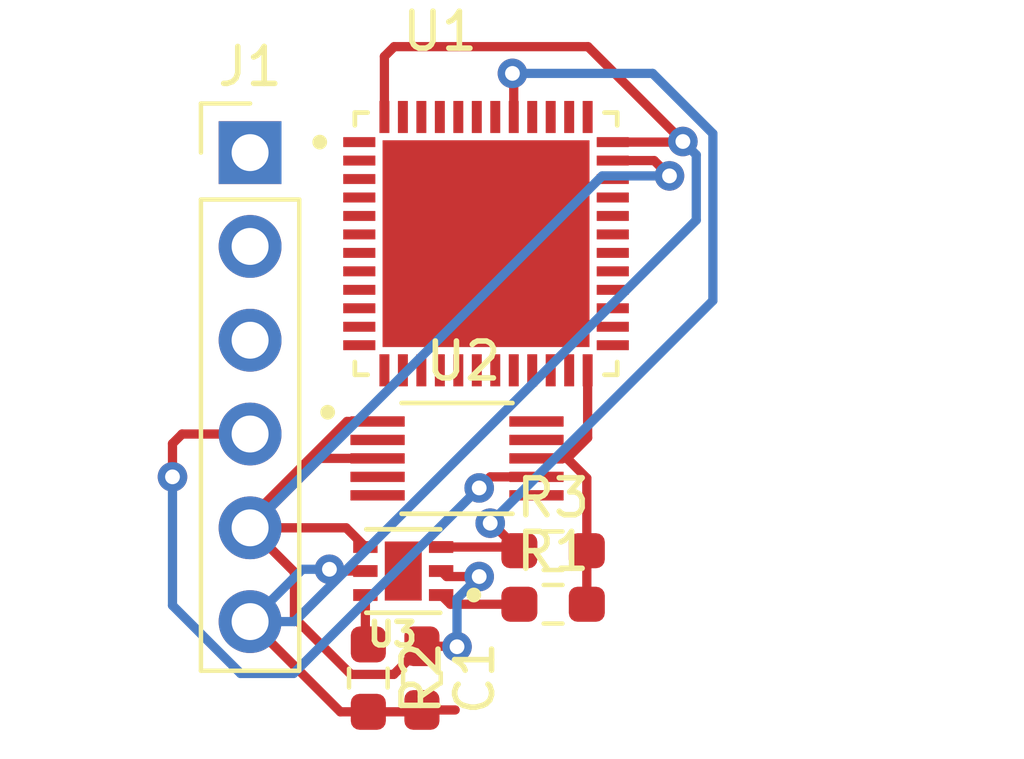
<source format=kicad_pcb>
(kicad_pcb (version 20211014) (generator pcbnew)
  (layers (0 "F.Cu" signal) (31 "B.Cu" signal) (34 "B.Paste" user) (35 "F.Paste" user) (36 "B.SilkS" user "B.Silkscreen") (37 "F.SilkS" user "F.Silkscreen") (38 "B.Mask" user) (39 "F.Mask" user) (44 "Edge.Cuts" user))
  (net 0 "")
  (net 1 "GND")
  (net 2 "VCC")
  (net 3 "SIGNAL_1")
  (net 4 "SIGNAL_2")
  (net 5 "SIGNAL_3")
  (net 6 "SIGNAL_4")
  (net 7 "I2C1_SCL")
  (net 8 "I2C1_SDA")
  (net 9 "I2C1_SMBA")
  (net 37 "I2C2_SMBA")
  (net 47 "EXP")
  (net 48 "I2C2_SDA")
  (net 49 "I2C2_SCL")
  (footprint "TMP116NAIDRVR:SON65P200X200X80-7N" (layer "F.Cu") (at 124.495 90.4 180)
    (fp_text reference "U3" (at 0.292 -1.7134) (layer "F.SilkS") (effects (font (size 0.64 0.64))))
    (fp_text value "TMP116NAIDRVR")
    (fp_line (start -1 -1.13) (end 1 -1.13) (layer "F.SilkS") (width 0.127))
    (fp_line (start -1 1.13) (end 1 1.13) (layer "F.SilkS") (width 0.127))
    (fp_circle (center -1.91 -0.65) (end -1.81 -0.65) (layer "F.SilkS") (width 0.2) (fill none))
    (pad "1" smd rect locked (at -1.025 -0.65 180) (size 0.66 0.32) (layers "F.Cu" "F.Paste" "F.Mask") (net 7 "I2C1_SCL"))
    (pad "2" smd rect locked (at -1.025 0 180) (size 0.66 0.32) (layers "F.Cu" "F.Paste" "F.Mask") (net 1 "GND"))
    (pad "3" smd rect locked (at -1.025 0.65 180) (size 0.66 0.32) (layers "F.Cu" "F.Paste" "F.Mask") (net 9 "I2C1_SMBA"))
    (pad "4" smd rect locked (at 1.025 0.65 180) (size 0.66 0.32) (layers "F.Cu" "F.Paste" "F.Mask") (net 1 "GND"))
    (pad "5" smd rect locked (at 1.025 0 180) (size 0.66 0.32) (layers "F.Cu" "F.Paste" "F.Mask") (net 2 "VCC"))
    (pad "6" smd rect locked (at 1.025 -0.65 180) (size 0.66 0.32) (layers "F.Cu" "F.Paste" "F.Mask") (net 8 "I2C1_SDA"))
    (pad "7" smd rect locked (at 0 0 180) (size 1 1.6) (layers "F.Cu" "F.Mask") (net 47 "EXP"))
  )
  (footprint "Capacitor_SMD:C_0603_1608Metric_Pad1.08x0.95mm_HandSolder" (layer "F.Cu") (at 125 93.3 -90)
    (fp_text reference "C1" (at 0 -1.43 90) (layer "F.SilkS"))
    (fp_text value "0.1uF")
    (fp_line (start -0.146267 -0.51) (end 0.146267 -0.51) (layer "F.SilkS") (width 0.12))
    (fp_line (start -0.146267 0.51) (end 0.146267 0.51) (layer "F.SilkS") (width 0.12))
    (pad "1" smd roundrect locked (at -0.8625 0 270) (size 1.075 0.95) (layers "F.Cu" "F.Paste" "F.Mask") (net 1 "GND"))
    (pad "2" smd roundrect locked (at 0.8625 0 270) (size 1.075 0.95) (layers "F.Cu" "F.Paste" "F.Mask") (net 2 "VCC"))
  )
  (footprint "Resistor_SMD:R_0603_1608Metric_Pad0.98x0.95mm_HandSolder" (layer "F.Cu") (at 128.55 91.3)
    (fp_text reference "R1" (at 0 -1.43) (layer "F.SilkS"))
    (fp_text value "5K")
    (fp_line (start -0.254724 0.5225) (end 0.254724 0.5225) (layer "F.SilkS") (width 0.12))
    (fp_line (start -0.254724 -0.5225) (end 0.254724 -0.5225) (layer "F.SilkS") (width 0.12))
    (pad "1" smd roundrect locked (at -0.9125 0) (size 0.975 0.95) (layers "F.Cu" "F.Paste" "F.Mask") (net 7 "I2C1_SCL"))
    (pad "2" smd roundrect locked (at 0.9125 0) (size 0.975 0.95) (layers "F.Cu" "F.Paste" "F.Mask") (net 2 "VCC"))
  )
  (footprint "Resistor_SMD:R_0603_1608Metric_Pad0.98x0.95mm_HandSolder" (layer "F.Cu") (at 128.55 89.85)
    (fp_text reference "R3" (at 0 -1.43) (layer "F.SilkS"))
    (fp_text value "5K")
    (fp_line (start -0.254724 0.5225) (end 0.254724 0.5225) (layer "F.SilkS") (width 0.12))
    (fp_line (start -0.254724 -0.5225) (end 0.254724 -0.5225) (layer "F.SilkS") (width 0.12))
    (pad "1" smd roundrect locked (at -0.9125 0) (size 0.975 0.95) (layers "F.Cu" "F.Paste" "F.Mask") (net 9 "I2C1_SMBA"))
    (pad "2" smd roundrect locked (at 0.9125 0) (size 0.975 0.95) (layers "F.Cu" "F.Paste" "F.Mask") (net 2 "VCC"))
  )
  (footprint "Resistor_SMD:R_0603_1608Metric_Pad0.98x0.95mm_HandSolder" (layer "F.Cu") (at 123.55 93.3 -90)
    (fp_text reference "R2" (at 0 -1.43 90) (layer "F.SilkS"))
    (fp_text value "5K")
    (fp_line (start -0.254724 -0.5225) (end 0.254724 -0.5225) (layer "F.SilkS") (width 0.12))
    (fp_line (start -0.254724 0.5225) (end 0.254724 0.5225) (layer "F.SilkS") (width 0.12))
    (pad "1" smd roundrect locked (at -0.9125 0 270) (size 0.975 0.95) (layers "F.Cu" "F.Paste" "F.Mask") (net 8 "I2C1_SDA"))
    (pad "2" smd roundrect locked (at 0.9125 0 270) (size 0.975 0.95) (layers "F.Cu" "F.Paste" "F.Mask") (net 2 "VCC"))
  )
  (footprint "STM32L451CEU6:QFN50P700X700X60-49N" (layer "F.Cu") (at 126.735 81.535)
    (fp_text reference "U1" (at -1.245 -5.75) (layer "F.SilkS"))
    (fp_text value "STM32L451CEU6")
    (fp_line (start -3.55 -3.55) (end -3.55 -3.205) (layer "F.SilkS") (width 0.127))
    (fp_line (start 3.55 -3.55) (end 3.205 -3.55) (layer "F.SilkS") (width 0.127))
    (fp_line (start 3.55 3.55) (end 3.205 3.55) (layer "F.SilkS") (width 0.127))
    (fp_line (start -3.55 -3.55) (end -3.205 -3.55) (layer "F.SilkS") (width 0.127))
    (fp_line (start 3.55 3.55) (end 3.55 3.205) (layer "F.SilkS") (width 0.127))
    (fp_line (start -3.55 3.55) (end -3.55 3.205) (layer "F.SilkS") (width 0.127))
    (fp_line (start 3.55 -3.55) (end 3.55 -3.205) (layer "F.SilkS") (width 0.127))
    (fp_line (start -3.55 3.55) (end -3.205 3.55) (layer "F.SilkS") (width 0.127))
    (fp_circle (center -4.5 -2.75) (end -4.4 -2.75) (layer "F.SilkS") (width 0.2) (fill none))
    (pad "1" smd roundrect locked (at -3.43 -2.75) (size 0.87 0.27) (layers "F.Cu" "F.Paste" "F.Mask") (roundrect_rratio 0.03))
    (pad "2" smd roundrect locked (at -3.43 -2.25) (size 0.87 0.27) (layers "F.Cu" "F.Paste" "F.Mask") (roundrect_rratio 0.03))
    (pad "3" smd roundrect locked (at -3.43 -1.75) (size 0.87 0.27) (layers "F.Cu" "F.Paste" "F.Mask") (roundrect_rratio 0.03))
    (pad "4" smd roundrect locked (at -3.43 -1.25) (size 0.87 0.27) (layers "F.Cu" "F.Paste" "F.Mask") (roundrect_rratio 0.03))
    (pad "5" smd roundrect locked (at -3.43 -0.75) (size 0.87 0.27) (layers "F.Cu" "F.Paste" "F.Mask") (roundrect_rratio 0.03))
    (pad "6" smd roundrect locked (at -3.43 -0.25) (size 0.87 0.27) (layers "F.Cu" "F.Paste" "F.Mask") (roundrect_rratio 0.03))
    (pad "7" smd roundrect locked (at -3.43 0.25) (size 0.87 0.27) (layers "F.Cu" "F.Paste" "F.Mask") (roundrect_rratio 0.03))
    (pad "8" smd roundrect locked (at -3.43 0.75) (size 0.87 0.27) (layers "F.Cu" "F.Paste" "F.Mask") (roundrect_rratio 0.03) (net 1 "GND"))
    (pad "9" smd roundrect locked (at -3.43 1.25) (size 0.87 0.27) (layers "F.Cu" "F.Paste" "F.Mask") (roundrect_rratio 0.03) (net 2 "VCC"))
    (pad "10" smd roundrect locked (at -3.43 1.75) (size 0.87 0.27) (layers "F.Cu" "F.Paste" "F.Mask") (roundrect_rratio 0.03))
    (pad "11" smd roundrect locked (at -3.43 2.25) (size 0.87 0.27) (layers "F.Cu" "F.Paste" "F.Mask") (roundrect_rratio 0.03))
    (pad "12" smd roundrect locked (at -3.43 2.75) (size 0.87 0.27) (layers "F.Cu" "F.Paste" "F.Mask") (roundrect_rratio 0.03))
    (pad "13" smd roundrect locked (at -2.75 3.43) (size 0.27 0.87) (layers "F.Cu" "F.Paste" "F.Mask") (roundrect_rratio 0.03))
    (pad "14" smd roundrect locked (at -2.25 3.43) (size 0.27 0.87) (layers "F.Cu" "F.Paste" "F.Mask") (roundrect_rratio 0.03))
    (pad "15" smd roundrect locked (at -1.75 3.43) (size 0.27 0.87) (layers "F.Cu" "F.Paste" "F.Mask") (roundrect_rratio 0.03))
    (pad "16" smd roundrect locked (at -1.25 3.43) (size 0.27 0.87) (layers "F.Cu" "F.Paste" "F.Mask") (roundrect_rratio 0.03))
    (pad "17" smd roundrect locked (at -0.75 3.43) (size 0.27 0.87) (layers "F.Cu" "F.Paste" "F.Mask") (roundrect_rratio 0.03))
    (pad "18" smd roundrect locked (at -0.25 3.43) (size 0.27 0.87) (layers "F.Cu" "F.Paste" "F.Mask") (roundrect_rratio 0.03))
    (pad "19" smd roundrect locked (at 0.25 3.43) (size 0.27 0.87) (layers "F.Cu" "F.Paste" "F.Mask") (roundrect_rratio 0.03))
    (pad "20" smd roundrect locked (at 0.75 3.43) (size 0.27 0.87) (layers "F.Cu" "F.Paste" "F.Mask") (roundrect_rratio 0.03))
    (pad "21" smd roundrect locked (at 1.25 3.43) (size 0.27 0.87) (layers "F.Cu" "F.Paste" "F.Mask") (roundrect_rratio 0.03) (net 7 "I2C1_SCL"))
    (pad "22" smd roundrect locked (at 1.75 3.43) (size 0.27 0.87) (layers "F.Cu" "F.Paste" "F.Mask") (roundrect_rratio 0.03))
    (pad "23" smd roundrect locked (at 2.25 3.43) (size 0.27 0.87) (layers "F.Cu" "F.Paste" "F.Mask") (roundrect_rratio 0.03) (net 1 "GND"))
    (pad "24" smd roundrect locked (at 2.75 3.43) (size 0.27 0.87) (layers "F.Cu" "F.Paste" "F.Mask") (roundrect_rratio 0.03) (net 2 "VCC"))
    (pad "25" smd roundrect locked (at 3.43 2.75) (size 0.87 0.27) (layers "F.Cu" "F.Paste" "F.Mask") (roundrect_rratio 0.03) (net 37 "I2C2_SMBA"))
    (pad "26" smd roundrect locked (at 3.43 2.25) (size 0.87 0.27) (layers "F.Cu" "F.Paste" "F.Mask") (roundrect_rratio 0.03))
    (pad "27" smd roundrect locked (at 3.43 1.75) (size 0.87 0.27) (layers "F.Cu" "F.Paste" "F.Mask") (roundrect_rratio 0.03))
    (pad "28" smd roundrect locked (at 3.43 1.25) (size 0.87 0.27) (layers "F.Cu" "F.Paste" "F.Mask") (roundrect_rratio 0.03))
    (pad "29" smd roundrect locked (at 3.43 0.75) (size 0.87 0.27) (layers "F.Cu" "F.Paste" "F.Mask") (roundrect_rratio 0.03))
    (pad "30" smd roundrect locked (at 3.43 0.25) (size 0.87 0.27) (layers "F.Cu" "F.Paste" "F.Mask") (roundrect_rratio 0.03))
    (pad "31" smd roundrect locked (at 3.43 -0.25) (size 0.87 0.27) (layers "F.Cu" "F.Paste" "F.Mask") (roundrect_rratio 0.03))
    (pad "32" smd roundrect locked (at 3.43 -0.75) (size 0.87 0.27) (layers "F.Cu" "F.Paste" "F.Mask") (roundrect_rratio 0.03))
    (pad "33" smd roundrect locked (at 3.43 -1.25) (size 0.87 0.27) (layers "F.Cu" "F.Paste" "F.Mask") (roundrect_rratio 0.03))
    (pad "34" smd roundrect locked (at 3.43 -1.75) (size 0.87 0.27) (layers "F.Cu" "F.Paste" "F.Mask") (roundrect_rratio 0.03))
    (pad "35" smd roundrect locked (at 3.43 -2.25) (size 0.87 0.27) (layers "F.Cu" "F.Paste" "F.Mask") (roundrect_rratio 0.03) (net 1 "GND"))
    (pad "36" smd roundrect locked (at 3.43 -2.75) (size 0.87 0.27) (layers "F.Cu" "F.Paste" "F.Mask") (roundrect_rratio 0.03) (net 2 "VCC"))
    (pad "37" smd roundrect locked (at 2.75 -3.43) (size 0.27 0.87) (layers "F.Cu" "F.Paste" "F.Mask") (roundrect_rratio 0.03))
    (pad "38" smd roundrect locked (at 2.25 -3.43) (size 0.27 0.87) (layers "F.Cu" "F.Paste" "F.Mask") (roundrect_rratio 0.03))
    (pad "39" smd roundrect locked (at 1.75 -3.43) (size 0.27 0.87) (layers "F.Cu" "F.Paste" "F.Mask") (roundrect_rratio 0.03))
    (pad "40" smd roundrect locked (at 1.25 -3.43) (size 0.27 0.87) (layers "F.Cu" "F.Paste" "F.Mask") (roundrect_rratio 0.03))
    (pad "41" smd roundrect locked (at 0.75 -3.43) (size 0.27 0.87) (layers "F.Cu" "F.Paste" "F.Mask") (roundrect_rratio 0.03) (net 9 "I2C1_SMBA"))
    (pad "42" smd roundrect locked (at 0.25 -3.43) (size 0.27 0.87) (layers "F.Cu" "F.Paste" "F.Mask") (roundrect_rratio 0.03))
    (pad "43" smd roundrect locked (at -0.25 -3.43) (size 0.27 0.87) (layers "F.Cu" "F.Paste" "F.Mask") (roundrect_rratio 0.03))
    (pad "44" smd roundrect locked (at -0.75 -3.43) (size 0.27 0.87) (layers "F.Cu" "F.Paste" "F.Mask") (roundrect_rratio 0.03))
    (pad "45" smd roundrect locked (at -1.25 -3.43) (size 0.27 0.87) (layers "F.Cu" "F.Paste" "F.Mask") (roundrect_rratio 0.03))
    (pad "46" smd roundrect locked (at -1.75 -3.43) (size 0.27 0.87) (layers "F.Cu" "F.Paste" "F.Mask") (roundrect_rratio 0.03) (net 8 "I2C1_SDA"))
    (pad "47" smd roundrect locked (at -2.25 -3.43) (size 0.27 0.87) (layers "F.Cu" "F.Paste" "F.Mask") (roundrect_rratio 0.03) (net 1 "GND"))
    (pad "48" smd roundrect locked (at -2.75 -3.43) (size 0.27 0.87) (layers "F.Cu" "F.Paste" "F.Mask") (roundrect_rratio 0.03) (net 2 "VCC"))
    (pad "49" smd rect locked (at 0 0) (size 5.6 5.6) (layers "F.Cu" "F.Mask") (net 47 "EXP"))
  )
  (footprint "ADS1115BQDGSRQ1:SOP50P490X110-10N" (layer "F.Cu") (at 125.95 87.35)
    (fp_text reference "U2" (at 0.175 -2.635) (layer "F.SilkS"))
    (fp_text value "ADS1115BQDGSRQ1")
    (fp_line (start -1.5 1.5) (end 1.5 1.5) (layer "F.SilkS") (width 0.127))
    (fp_line (start -1.5 -1.5) (end 1.5 -1.5) (layer "F.SilkS") (width 0.127))
    (fp_circle (center -3.5 -1.25) (end -3.4 -1.25) (layer "F.SilkS") (width 0.2) (fill none))
    (pad "1" smd roundrect locked (at -2.15 -1) (size 1.47 0.28) (layers "F.Cu" "F.Paste" "F.Mask") (roundrect_rratio 0.04) (net 1 "GND"))
    (pad "2" smd roundrect locked (at -2.15 -0.5) (size 1.47 0.28) (layers "F.Cu" "F.Paste" "F.Mask") (roundrect_rratio 0.04) (net 37 "I2C2_SMBA"))
    (pad "3" smd roundrect locked (at -2.15 0) (size 1.47 0.28) (layers "F.Cu" "F.Paste" "F.Mask") (roundrect_rratio 0.04) (net 1 "GND"))
    (pad "4" smd roundrect locked (at -2.15 0.5) (size 1.47 0.28) (layers "F.Cu" "F.Paste" "F.Mask") (roundrect_rratio 0.04) (net 3 "SIGNAL_1"))
    (pad "5" smd roundrect locked (at -2.15 1) (size 1.47 0.28) (layers "F.Cu" "F.Paste" "F.Mask") (roundrect_rratio 0.04) (net 4 "SIGNAL_2"))
    (pad "6" smd roundrect locked (at 2.15 1) (size 1.47 0.28) (layers "F.Cu" "F.Paste" "F.Mask") (roundrect_rratio 0.04) (net 5 "SIGNAL_3"))
    (pad "7" smd roundrect locked (at 2.15 0.5) (size 1.47 0.28) (layers "F.Cu" "F.Paste" "F.Mask") (roundrect_rratio 0.04) (net 6 "SIGNAL_4"))
    (pad "8" smd roundrect locked (at 2.15 0) (size 1.47 0.28) (layers "F.Cu" "F.Paste" "F.Mask") (roundrect_rratio 0.04) (net 2 "VCC"))
    (pad "9" smd roundrect locked (at 2.15 -0.5) (size 1.47 0.28) (layers "F.Cu" "F.Paste" "F.Mask") (roundrect_rratio 0.04) (net 48 "I2C2_SDA"))
    (pad "10" smd roundrect locked (at 2.15 -1) (size 1.47 0.28) (layers "F.Cu" "F.Paste" "F.Mask") (roundrect_rratio 0.04) (net 49 "I2C2_SCL"))
  )
  (footprint "Connector_PinHeader_2.54mm:PinHeader_1x06_P2.54mm_Vertical" (layer "F.Cu") (at 120.35 79.07)
    (fp_text reference "J1" (at 0 -2.33) (layer "F.SilkS"))
    (fp_text value "Conn_01x06_Male")
    (fp_line (start -1.33 -1.33) (end 0 -1.33) (layer "F.SilkS") (width 0.12))
    (fp_line (start -1.33 0) (end -1.33 -1.33) (layer "F.SilkS") (width 0.12))
    (fp_line (start -1.33 1.27) (end -1.33 14.03) (layer "F.SilkS") (width 0.12))
    (fp_line (start -1.33 1.27) (end 1.33 1.27) (layer "F.SilkS") (width 0.12))
    (fp_line (start 1.33 1.27) (end 1.33 14.03) (layer "F.SilkS") (width 0.12))
    (fp_line (start -1.33 14.03) (end 1.33 14.03) (layer "F.SilkS") (width 0.12))
    (pad "1" thru_hole rect locked (at 0 0) (size 1.7 1.7) (drill 1) (layers *.Cu *.Mask) (net 3 "SIGNAL_1"))
    (pad "2" thru_hole oval locked (at 0 2.54) (size 1.7 1.7) (drill 1) (layers *.Cu *.Mask) (net 4 "SIGNAL_2"))
    (pad "3" thru_hole oval locked (at 0 5.08) (size 1.7 1.7) (drill 1) (layers *.Cu *.Mask) (net 5 "SIGNAL_3"))
    (pad "4" thru_hole oval locked (at 0 7.62) (size 1.7 1.7) (drill 1) (layers *.Cu *.Mask) (net 6 "SIGNAL_4"))
    (pad "5" thru_hole oval locked (at 0 10.16) (size 1.7 1.7) (drill 1) (layers *.Cu *.Mask) (net 1 "GND"))
    (pad "6" thru_hole oval locked (at 0 12.7) (size 1.7 1.7) (drill 1) (layers *.Cu *.Mask) (net 2 "VCC"))
  )
  (segment (start 125 92.4375) (end 125.9375 92.4375) (width 0.25) (layer "F.Cu") (net 1))
  (segment (start 126.55 90.55) (end 125.67 90.55) (width 0.25) (layer "F.Cu") (net 1))
  (segment (start 122.972621 86.35) (end 120.35 88.972621) (width 0.25) (layer "F.Cu") (net 1))
  (segment (start 120.35 88.972621) (end 120.35 89.23) (width 0.25) (layer "F.Cu") (net 1))
  (segment (start 125.9375 92.4375) (end 125.95 92.45) (width 0.25) (layer "F.Cu") (net 1))
  (segment (start 123.079704 93.19952) (end 121.55 91.669816) (width 0.25) (layer "F.Cu") (net 1))
  (segment (start 123.47 89.75) (end 122.95 89.23) (width 0.25) (layer "F.Cu") (net 1))
  (segment (start 124.23798 93.19952) (end 123.079704 93.19952) (width 0.25) (layer "F.Cu") (net 1))
  (segment (start 130.165 79.285) (end 131.285 79.285) (width 0.25) (layer "F.Cu") (net 1))
  (segment (start 121.55 90.43) (end 120.35 89.23) (width 0.25) (layer "F.Cu") (net 1))
  (segment (start 122.95 89.23) (end 120.35 89.23) (width 0.25) (layer "F.Cu") (net 1))
  (segment (start 121.55 91.669816) (end 121.55 90.43) (width 0.25) (layer "F.Cu") (net 1))
  (segment (start 122.23 87.35) (end 120.35 89.23) (width 0.25) (layer "F.Cu") (net 1))
  (segment (start 125.67 90.55) (end 125.52 90.4) (width 0.25) (layer "F.Cu") (net 1))
  (segment (start 123.8 87.35) (end 122.23 87.35) (width 0.25) (layer "F.Cu") (net 1))
  (segment (start 131.285 79.285) (end 131.7 79.7) (width 0.25) (layer "F.Cu") (net 1))
  (segment (start 123.8 86.35) (end 122.972621 86.35) (width 0.25) (layer "F.Cu") (net 1))
  (segment (start 125 92.4375) (end 124.23798 93.19952) (width 0.25) (layer "F.Cu") (net 1))
  (via (at 131.7 79.7) (size 0.8) (drill 0.4) (layers "F.Cu" "B.Cu") (net 1))
  (via (at 126.55 90.55) (size 0.8) (drill 0.4) (layers "F.Cu" "B.Cu") (net 1))
  (via (at 125.95 92.45) (size 0.8) (drill 0.4) (layers "F.Cu" "B.Cu") (net 1))
  (segment (start 131.7 79.7) (end 129.88 79.7) (width 0.25) (layer "B.Cu") (net 1))
  (segment (start 125.95 92.45) (end 125.95 91.15) (width 0.25) (layer "B.Cu") (net 1))
  (segment (start 125.95 91.15) (end 126.55 90.55) (width 0.25) (layer "B.Cu") (net 1))
  (segment (start 129.88 79.7) (end 120.35 89.23) (width 0.25) (layer "B.Cu") (net 1))
  (segment (start 123.985 78.105) (end 123.985 76.465) (width 0.25) (layer "F.Cu") (net 2))
  (segment (start 123.55 94.2125) (end 124.95 94.2125) (width 0.25) (layer "F.Cu") (net 2))
  (segment (start 129.493807 76.2) (end 132.062266 78.768459) (width 0.25) (layer "F.Cu") (net 2))
  (segment (start 132.045725 78.785) (end 132.062266 78.768459) (width 0.25) (layer "F.Cu") (net 2))
  (segment (start 129.485 84.965) (end 129.485 86.792379) (width 0.25) (layer "F.Cu") (net 2))
  (segment (start 125 94.1625) (end 125.9 94.1625) (width 0.25) (layer "F.Cu") (net 2))
  (segment (start 124.25 76.2) (end 129.493807 76.2) (width 0.25) (layer "F.Cu") (net 2))
  (segment (start 129.4625 89.85) (end 129.4625 91.3) (width 0.25) (layer "F.Cu") (net 2))
  (segment (start 123.985 76.465) (end 124.25 76.2) (width 0.25) (layer "F.Cu") (net 2))
  (segment (start 120.35 91.77) (end 122.7925 94.2125) (width 0.25) (layer "F.Cu") (net 2))
  (segment (start 122.544598 90.4) (end 122.497299 90.352701) (width 0.25) (layer "F.Cu") (net 2))
  (segment (start 123.47 90.4) (end 122.544598 90.4) (width 0.25) (layer "F.Cu") (net 2))
  (segment (start 122.7925 94.2125) (end 123.55 94.2125) (width 0.25) (layer "F.Cu") (net 2))
  (segment (start 124.95 94.2125) (end 125 94.1625) (width 0.25) (layer "F.Cu") (net 2))
  (segment (start 129.485 86.792379) (end 128.927379 87.35) (width 0.25) (layer "F.Cu") (net 2))
  (segment (start 130.165 78.785) (end 132.045725 78.785) (width 0.25) (layer "F.Cu") (net 2))
  (segment (start 128.927379 87.35) (end 129.4625 87.885121) (width 0.25) (layer "F.Cu") (net 2))
  (segment (start 129.4625 87.885121) (end 129.4625 89.85) (width 0.25) (layer "F.Cu") (net 2))
  (segment (start 128.1 87.35) (end 128.927379 87.35) (width 0.25) (layer "F.Cu") (net 2))
  (via (at 132.062266 78.768459) (size 0.8) (drill 0.4) (layers "F.Cu" "B.Cu") (net 2))
  (via (at 122.497299 90.352701) (size 0.8) (drill 0.4) (layers "F.Cu" "B.Cu") (net 2))
  (segment (start 132.424511 79.130704) (end 132.424511 80.89757) (width 0.25) (layer "B.Cu") (net 2))
  (segment (start 132.062266 78.768459) (end 132.424511 79.130704) (width 0.25) (layer "B.Cu") (net 2))
  (segment (start 132.424511 80.89757) (end 121.552081 91.77) (width 0.25) (layer "B.Cu") (net 2))
  (segment (start 121.552081 91.77) (end 120.35 91.77) (width 0.25) (layer "B.Cu") (net 2))
  (segment (start 121.767299 90.352701) (end 120.35 91.77) (width 0.25) (layer "B.Cu") (net 2))
  (segment (start 122.497299 90.352701) (end 121.767299 90.352701) (width 0.25) (layer "B.Cu") (net 2))
  (segment (start 126.55 88.15) (end 126.85 87.85) (width 0.25) (layer "F.Cu") (net 6))
  (segment (start 118.5 86.7) (end 118.25 86.95) (width 0.25) (layer "F.Cu") (net 6))
  (segment (start 118.51 86.69) (end 118.5 86.7) (width 0.25) (layer "F.Cu") (net 6))
  (segment (start 126.85 87.85) (end 128.1 87.85) (width 0.25) (layer "F.Cu") (net 6))
  (segment (start 118.25 86.95) (end 118.25 87.85) (width 0.25) (layer "F.Cu") (net 6))
  (segment (start 120.35 86.69) (end 118.51 86.69) (width 0.25) (layer "F.Cu") (net 6))
  (via (at 126.55 88.15) (size 0.8) (drill 0.4) (layers "F.Cu" "B.Cu") (net 6))
  (via (at 118.25 87.85) (size 0.8) (drill 0.4) (layers "F.Cu" "B.Cu") (net 6))
  (segment (start 120.093501 93.174511) (end 121.525489 93.174511) (width 0.25) (layer "B.Cu") (net 6))
  (segment (start 118.25 91.33101) (end 120.093501 93.174511) (width 0.25) (layer "B.Cu") (net 6))
  (segment (start 118.25 87.85) (end 118.25 91.33101) (width 0.25) (layer "B.Cu") (net 6))
  (segment (start 121.525489 93.174511) (end 126.55 88.15) (width 0.25) (layer "B.Cu") (net 6))
  (segment (start 125.52 91.05) (end 125.77 91.3) (width 0.25) (layer "F.Cu") (net 7))
  (segment (start 125.77 91.3) (end 127.6375 91.3) (width 0.25) (layer "F.Cu") (net 7))
  (segment (start 123.47 92.3075) (end 123.55 92.3875) (width 0.25) (layer "F.Cu") (net 8))
  (segment (start 123.47 91.05) (end 123.47 92.3075) (width 0.25) (layer "F.Cu") (net 8))
  (segment (start 127.485 76.9595) (end 127.45 76.9245) (width 0.25) (layer "F.Cu") (net 9))
  (segment (start 126.891505 89.104005) (end 127.6375 89.85) (width 0.25) (layer "F.Cu") (net 9))
  (segment (start 127.485 78.105) (end 127.485 76.9595) (width 0.25) (layer "F.Cu") (net 9))
  (segment (start 127.5375 89.75) (end 127.6375 89.85) (width 0.25) (layer "F.Cu") (net 9))
  (segment (start 126.848127 89.104005) (end 126.891505 89.104005) (width 0.25) (layer "F.Cu") (net 9))
  (segment (start 125.52 89.75) (end 127.5375 89.75) (width 0.25) (layer "F.Cu") (net 9))
  (via (at 126.848127 89.104005) (size 0.8) (drill 0.4) (layers "F.Cu" "B.Cu") (net 9))
  (via (at 127.45 76.9245) (size 0.8) (drill 0.4) (layers "F.Cu" "B.Cu") (net 9))
  (segment (start 132.874031 83.078101) (end 126.848127 89.104005) (width 0.25) (layer "B.Cu") (net 9))
  (segment (start 127.45 76.9245) (end 131.242921 76.9245) (width 0.25) (layer "B.Cu") (net 9))
  (segment (start 131.242921 76.9245) (end 132.874031 78.55561) (width 0.25) (layer "B.Cu") (net 9))
  (segment (start 132.874031 78.55561) (end 132.874031 83.078101) (width 0.25) (layer "B.Cu") (net 9))
)
</source>
